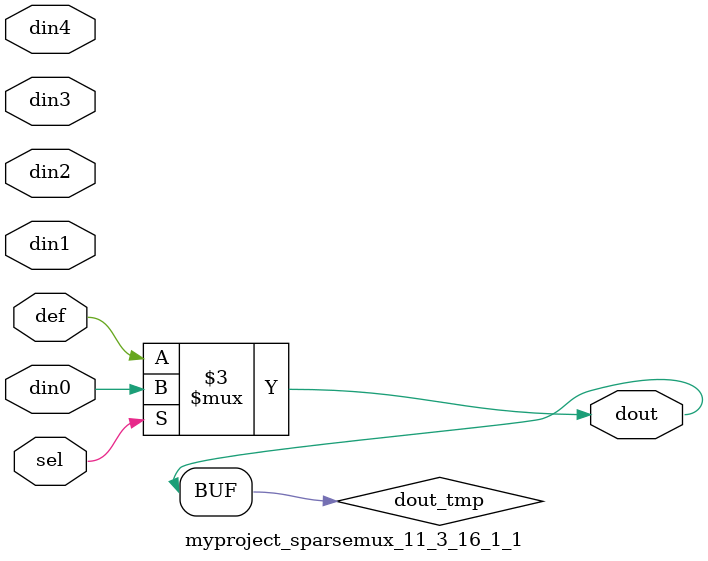
<source format=v>
`timescale 1ns / 1ps

module myproject_sparsemux_11_3_16_1_1 (din0,din1,din2,din3,din4,def,sel,dout);

parameter din0_WIDTH = 1;

parameter din1_WIDTH = 1;

parameter din2_WIDTH = 1;

parameter din3_WIDTH = 1;

parameter din4_WIDTH = 1;

parameter def_WIDTH = 1;
parameter sel_WIDTH = 1;
parameter dout_WIDTH = 1;

parameter [sel_WIDTH-1:0] CASE0 = 1;

parameter [sel_WIDTH-1:0] CASE1 = 1;

parameter [sel_WIDTH-1:0] CASE2 = 1;

parameter [sel_WIDTH-1:0] CASE3 = 1;

parameter [sel_WIDTH-1:0] CASE4 = 1;

parameter ID = 1;
parameter NUM_STAGE = 1;



input [din0_WIDTH-1:0] din0;

input [din1_WIDTH-1:0] din1;

input [din2_WIDTH-1:0] din2;

input [din3_WIDTH-1:0] din3;

input [din4_WIDTH-1:0] din4;

input [def_WIDTH-1:0] def;
input [sel_WIDTH-1:0] sel;

output [dout_WIDTH-1:0] dout;



reg [dout_WIDTH-1:0] dout_tmp;


always @ (*) begin
(* parallel_case *) case (sel)
    
    CASE0 : dout_tmp = din0;
    
    CASE1 : dout_tmp = din1;
    
    CASE2 : dout_tmp = din2;
    
    CASE3 : dout_tmp = din3;
    
    CASE4 : dout_tmp = din4;
    
    default : dout_tmp = def;
endcase
end


assign dout = dout_tmp;



endmodule

</source>
